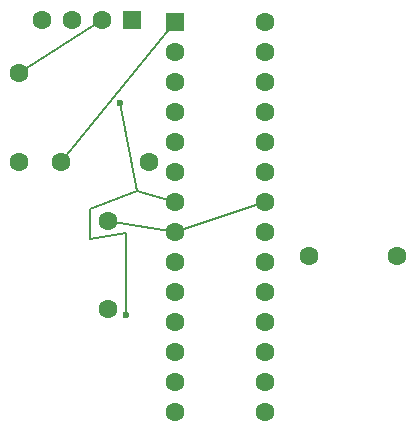
<source format=gbr>
%TF.GenerationSoftware,KiCad,Pcbnew,9.0.7*%
%TF.CreationDate,2026-02-11T23:59:08+05:30*%
%TF.ProjectId,simple MCU board,73696d70-6c65-4204-9d43-5520626f6172,rev?*%
%TF.SameCoordinates,Original*%
%TF.FileFunction,Copper,L2,Bot*%
%TF.FilePolarity,Positive*%
%FSLAX46Y46*%
G04 Gerber Fmt 4.6, Leading zero omitted, Abs format (unit mm)*
G04 Created by KiCad (PCBNEW 9.0.7) date 2026-02-11 23:59:08*
%MOMM*%
%LPD*%
G01*
G04 APERTURE LIST*
G04 Aperture macros list*
%AMRoundRect*
0 Rectangle with rounded corners*
0 $1 Rounding radius*
0 $2 $3 $4 $5 $6 $7 $8 $9 X,Y pos of 4 corners*
0 Add a 4 corners polygon primitive as box body*
4,1,4,$2,$3,$4,$5,$6,$7,$8,$9,$2,$3,0*
0 Add four circle primitives for the rounded corners*
1,1,$1+$1,$2,$3*
1,1,$1+$1,$4,$5*
1,1,$1+$1,$6,$7*
1,1,$1+$1,$8,$9*
0 Add four rect primitives between the rounded corners*
20,1,$1+$1,$2,$3,$4,$5,0*
20,1,$1+$1,$4,$5,$6,$7,0*
20,1,$1+$1,$6,$7,$8,$9,0*
20,1,$1+$1,$8,$9,$2,$3,0*%
G04 Aperture macros list end*
%TA.AperFunction,ComponentPad*%
%ADD10RoundRect,0.250000X-0.550000X-0.550000X0.550000X-0.550000X0.550000X0.550000X-0.550000X0.550000X0*%
%TD*%
%TA.AperFunction,ComponentPad*%
%ADD11C,1.600000*%
%TD*%
%TA.AperFunction,ComponentPad*%
%ADD12R,1.600000X1.600000*%
%TD*%
%TA.AperFunction,ViaPad*%
%ADD13C,0.600000*%
%TD*%
%TA.AperFunction,Conductor*%
%ADD14C,0.200000*%
%TD*%
G04 APERTURE END LIST*
D10*
%TO.P,U1,1,~{RESET}/PC6*%
%TO.N,GND*%
X111710000Y-72190000D03*
D11*
%TO.P,U1,2,PD0*%
%TO.N,unconnected-(U1-PD0-Pad2)*%
X111710000Y-74730000D03*
%TO.P,U1,3,PD1*%
%TO.N,unconnected-(U1-PD1-Pad3)*%
X111710000Y-77270000D03*
%TO.P,U1,4,PD2*%
%TO.N,unconnected-(U1-PD2-Pad4)*%
X111710000Y-79810000D03*
%TO.P,U1,5,PD3*%
%TO.N,unconnected-(U1-PD3-Pad5)*%
X111710000Y-82350000D03*
%TO.P,U1,6,PD4*%
%TO.N,unconnected-(U1-PD4-Pad6)*%
X111710000Y-84890000D03*
%TO.P,U1,7,VCC*%
%TO.N,+5V*%
X111710000Y-87430000D03*
%TO.P,U1,8,GND*%
%TO.N,GND*%
X111710000Y-89970000D03*
%TO.P,U1,9,XTAL1/PB6*%
%TO.N,Net-(U1-XTAL1{slash}PB6)*%
X111710000Y-92510000D03*
%TO.P,U1,10,XTAL2/PB7*%
%TO.N,Net-(U1-XTAL2{slash}PB7)*%
X111710000Y-95050000D03*
%TO.P,U1,11,PD5*%
%TO.N,unconnected-(U1-PD5-Pad11)*%
X111710000Y-97590000D03*
%TO.P,U1,12,PD6*%
%TO.N,unconnected-(U1-PD6-Pad12)*%
X111710000Y-100130000D03*
%TO.P,U1,13,PD7*%
%TO.N,unconnected-(U1-PD7-Pad13)*%
X111710000Y-102670000D03*
%TO.P,U1,14,PB0*%
%TO.N,unconnected-(U1-PB0-Pad14)*%
X111710000Y-105210000D03*
%TO.P,U1,15,PB1*%
%TO.N,unconnected-(U1-PB1-Pad15)*%
X119330000Y-105210000D03*
%TO.P,U1,16,PB2*%
%TO.N,unconnected-(U1-PB2-Pad16)*%
X119330000Y-102670000D03*
%TO.P,U1,17,PB3*%
%TO.N,Net-(J1-Pin_4)*%
X119330000Y-100130000D03*
%TO.P,U1,18,PB4*%
%TO.N,Net-(J1-Pin_1)*%
X119330000Y-97590000D03*
%TO.P,U1,19,PB5*%
%TO.N,Net-(J1-Pin_3)*%
X119330000Y-95050000D03*
%TO.P,U1,20,AVCC*%
%TO.N,+5V*%
X119330000Y-92510000D03*
%TO.P,U1,21,AREF*%
X119330000Y-89970000D03*
%TO.P,U1,22,GND*%
%TO.N,GND*%
X119330000Y-87430000D03*
%TO.P,U1,23,PC0*%
%TO.N,unconnected-(U1-PC0-Pad23)*%
X119330000Y-84890000D03*
%TO.P,U1,24,PC1*%
%TO.N,unconnected-(U1-PC1-Pad24)*%
X119330000Y-82350000D03*
%TO.P,U1,25,PC2*%
%TO.N,unconnected-(U1-PC2-Pad25)*%
X119330000Y-79810000D03*
%TO.P,U1,26,PC3*%
%TO.N,unconnected-(U1-PC3-Pad26)*%
X119330000Y-77270000D03*
%TO.P,U1,27,PC4*%
%TO.N,unconnected-(U1-PC4-Pad27)*%
X119330000Y-74730000D03*
%TO.P,U1,28,PC5*%
%TO.N,unconnected-(U1-PC5-Pad28)*%
X119330000Y-72190000D03*
%TD*%
D12*
%TO.P,10K1,1*%
%TO.N,unconnected-(10K1-Pad1)*%
X108000000Y-72000000D03*
D11*
%TO.P,10K1,2*%
%TO.N,+5V*%
X105460000Y-72000000D03*
%TO.P,10K1,3*%
%TO.N,N/C*%
X102920000Y-72000000D03*
%TO.P,10K1,mmmmmmmm*%
X100380000Y-72000000D03*
%TD*%
%TO.P,22pF1,1*%
%TO.N,Net-(U1-XTAL1{slash}PB6)*%
X109500000Y-84000000D03*
%TO.P,22pF1,2*%
%TO.N,GND*%
X102000000Y-84000000D03*
%TD*%
%TO.P,0.1uF1,1*%
%TO.N,+5V*%
X98500000Y-76500000D03*
%TO.P,0.1uF1,2*%
%TO.N,GND*%
X98500000Y-84000000D03*
%TD*%
%TO.P,0.1uF2,1*%
%TO.N,+5V*%
X123000000Y-92000000D03*
%TO.P,0.1uF2,2*%
%TO.N,GND*%
X130500000Y-92000000D03*
%TD*%
%TO.P,22pF2,1*%
%TO.N,Net-(U1-XTAL2{slash}PB7)*%
X106000000Y-96500000D03*
%TO.P,22pF2,2*%
%TO.N,GND*%
X106000000Y-89000000D03*
%TD*%
D13*
%TO.N,+5V*%
X107500000Y-97000000D03*
X107000000Y-79000000D03*
%TD*%
D14*
%TO.N,GND*%
X111710000Y-89970000D02*
X119330000Y-87430000D01*
X111710000Y-89970000D02*
X106000000Y-89000000D01*
X102000000Y-84000000D02*
X111710000Y-72190000D01*
%TO.N,+5V*%
X105460000Y-72000000D02*
X98500000Y-76500000D01*
X104500000Y-88000000D02*
X108500000Y-86500000D01*
X111710000Y-87430000D02*
X108500000Y-86500000D01*
X104500000Y-90500000D02*
X104500000Y-88000000D01*
X107500000Y-97000000D02*
X107500000Y-90000000D01*
X107500000Y-90000000D02*
X104500000Y-90500000D01*
X108500000Y-86500000D02*
X107000000Y-79000000D01*
%TD*%
M02*

</source>
